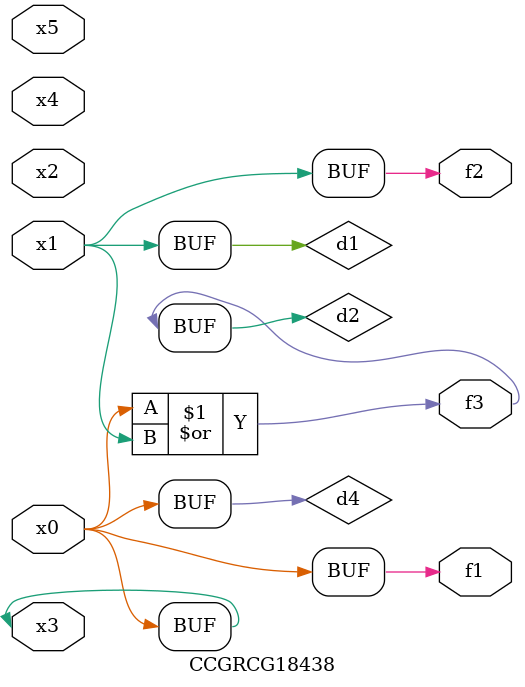
<source format=v>
module CCGRCG18438(
	input x0, x1, x2, x3, x4, x5,
	output f1, f2, f3
);

	wire d1, d2, d3, d4;

	and (d1, x1);
	or (d2, x0, x1);
	nand (d3, x0, x5);
	buf (d4, x0, x3);
	assign f1 = d4;
	assign f2 = d1;
	assign f3 = d2;
endmodule

</source>
